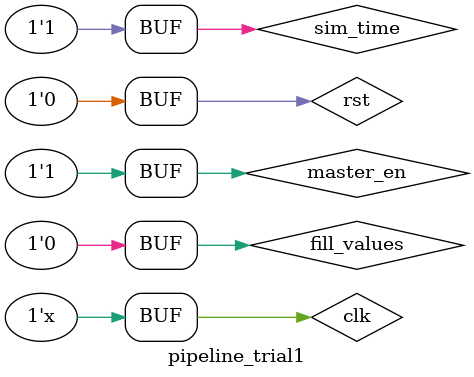
<source format=v>
`timescale 1ns / 1ps

module pipeline_trial1 #(parameter XLEN = 32)();

reg master_en, clk, rst, fill_random, fill_values,sim_time;

pipelined processor(.master_en(master_en),  .clk(clk), .rst(rst), .fill_random(fill_random),.fill_values(fill_values));



initial 
begin


clk <= 1'b1;
sim_time<= 1'b0;
#10
master_en <= 1'b0;
rst  <= 1'b1;
#100
rst <=1'b0; 
fill_values <= 1'b1;

#100
master_en <= 1'b1;
fill_values <= 1'b0;
 
 
 
#2000
sim_time <= 1'b1;
end


always@*
begin
#50 clk <= ~clk;

end




//module pipeline_trial1 #(parameter XLEN = 32)( 
//input ld_en, rd_en, clk, rst, rst_counter,fill_random,fill_values
////input [XLEN-1:0] Load_data
//);

//// ------------ PROGRAM COUNTER-------


//wire [1:0]ForwardAE,ForwardBE;
//wire  stall_IF, stall_ID,stall_EX,stall_MEM,stall_WR,flush_EX, flush_ID;

////////counter

//wire [XLEN-1:0] pcplus4_IF; 
//wire [XLEN-1:0] pc_next;
//reg [XLEN-1:0]pc_IF;
//wire PC_Sel;

//always@(posedge clk)
//begin
//  if(!stall_IF) begin
//  if(rst_counter||rst)
//    pc_IF <= 0;

//  else
//    pc_IF <= pc_next;
//  end
//end

                          
////////////////////////PC_adder//////////////////////////////


////wire [XLEN-1:0] pc_4;

//Han_Carlson_adder_32 #(.N(XLEN)) PC_ADDER (.A(32'h4),.B(pc_IF),
//                                            .Cin(1'b0),
//                                            .Sum(pcplus4_IF),.Cout());
////////////////////////PC next select mux////////////////////

 
//assign pc_next = PC_Sel_EX ? pcplus4_IF : Jump_Adder_Out_EX ;

                                        



////--------------------------INSTRUCTION FETCH STAGE--------------------------------------            
                                    

////AXI



//wire [1:0] ARID,ARID_1,ARID_2;//hv to check when and how to seperate for icache and dcache
//wire [XLEN-1:0] ARADDR, ARADDR_1, ARADDR_2;
//wire [3:0] ARLEN, ARLEN_1, ARLEN_2;  //no.of beats
//wire [2:0] ARSIZE, ARSIZE_1, ARSIZE_2; //4bytes
//wire [1:0] ARBURST, ARBURST_1, ARBURST_2; //burst_type //0->FIXED//1->INCR//2->WRAP
//wire ARCACHE;
//wire ARVALID, ARVALID_1, ARVALID_2;
//wire ARREADY;///check if ARREADY is wire or output


///////read data channel

//wire [1:0] RID;
//wire [XLEN-1:0]RDATA;
//wire RRESP;
//wire RLAST;
//wire RVALID, RVALID_1, RVALID_2;
//wire RREADY, RREADY_1, RREADY_2;/// check RREADY


///////write address channel

//wire [1:0] AWID,AWID_1,AWID_2;
//wire [XLEN-1:0] AWADDR,AWADDR_1, AWADDR_2;
//wire [3:0] AWLEN,AWLEN_1,AWLEN_2;
//wire [2:0] AWSIZE,AWSIZE_1, AWSIZE_2;
//wire [1:0] AWBURST,AWBURST_1, AWBURST_2;
//wire AWCACHE;
//wire AWVALID, AWVALID_1, AWVALID_2;
//wire AWREADY;

///////write data channel

//wire [1:0] WID, WID_1, WID_2;
//wire [XLEN-1:0] WDATA, WDATA_1, WDATA_2;
//wire WSTRB;
//wire WLAST, WLAST_1,WLAST_2;
//wire WVALID,WVALID_1,WVALID_2;
//wire WREADY;

/////write response channel

//wire BID;
//wire BRESP;
//wire BVALID;
//wire BREADY;


//wire Icache_stall_ID;
//reg [XLEN-1:0] I_cache_data_in;
//wire [XLEN-1:0] I_cache_data_out;



//reg I_cache_read, I_cache_write;

//always@*
//    begin
//    I_cache_read = 1'b1;
//    I_cache_write = 1'b0;
//    end

//cache#(.ID(1)) I_cache_master_1(                     
//                                    .rst(rst), .clk(clk),.read(I_cache_read),.write(I_cache_write),.stall(Icache_stall_ID),
//                                    .i_addr(pc_IF),.i_data(I_cache_data_in),.o_data(I_cache_data_out),

//                                    ////AXI 
                                    
//                                    /////read address channel

//                                    .ARID(ARID_1),.ARADDR(ARADDR_1),.ARBURST(ARBURST_1),.ARCACHE(ARCACHE),
//                                    .ARLEN(ARLEN),.ARREADY(ARREADY),.ARSIZE(ARSIZE_1),.ARVALID(ARVALID_1),
                                    
//                                    /////read data channel

//                                    .RDATA(RDATA),.RID(RID),.RLAST(RLAST),.RVALID(RVALID_1),.RRESP(RRESP),
//                                    .RREADY(RREADY_1),

//                                    /////write address channel

//                                    .AWID(AWID_1),.AWADDR(AWADDR_1),.AWLEN(AWLEN_1),.AWBURST(AWBURST_1),.AWCACHE(AWCACHE),
//                                    .AWVALID(AWVALID_1),.AWREADY(AWREADY),.AWSIZE(AWSIZE_1),

//                                    /////write data channel

//                                    .WID(WID_1),.WDATA(WDATA_1),.WLAST(WLAST_1),.WREADY(WREADY),.WVALID(WVALID_1),.WSTRB(WSTRB),

//                                    ///write response channel
                                    
//                                    .BID(BID),.BRESP(BRESP),.BVALID(BVALID),.BREADY(BREADY)
//);







//reg [31:0]Instruction_ID,pc_ID, pcplus4_ID;

//always@(posedge clk)
//begin
//   if(!stall_ID)
//   begin
//   //Instruction_ID <= flush_ID ? 32'b0 : Instruction_IF;
//   pc_ID <= flush_ID ? 32'b0 : pc_IF;
//   pcplus4_ID <= flush_ID ? 32'b0 : pcplus4_IF;
//   end
   
//end


//always@(*)
//begin
//    Instruction_ID = flush_ID ? 32'b0 :  I_cache_data_out;
//end


/////////////////////////////////////////////////////////////////////////////////////////////
////-------------------------INSTRUCTION DECODE STAGE--------------------------------------//      
/////////////////////////////////////////////////////////////////////////////////////////////



//wire[6:0] opcode_ID, Func7_ID;
//wire[4:0] rs1_ID, rs2_ID, rd_ID;
//wire RegWrite_ID, MemWrite_ID, MemRead_ID, JUMP_Op1Sel_ID, Op2Sel_ID, Branch_ID, Jump_ID;
//wire[1:0] ALUop_ID;
//wire[2:0] Immop_ID,Func3_ID;
//wire [1:0]WBSel_ID;
//wire[XLEN-1:0]Immediate_ID;



///////////////////////////   GPR   ///////////////////////////


//wire[XLEN-1:0] GPR_rd_data1_ID, GPR_rd_data2_ID, GPR_wr_data;



//assign opcode_ID = Instruction_ID[6:0];
//assign rs1_ID = Instruction_ID[19:15];
//assign rs2_ID = Instruction_ID[24:20];
//assign rd_ID = Instruction_ID[11:7];


//assign Func3_ID = Instruction_ID[14:12];
//assign Func7_ID = Instruction_ID[31:25];



//GPR gpr(.clk(clk), .reset(rst), .wr_en(RegWrite), .rd_en1(1'b1), .rd_en2(1'b1),
//    .rd_addr1(rs1_ID), .rd_addr2(rs2_ID), .wr_addr(rd_ID),
//    .wr_data(GPR_wr_data_WR),
//    .rd_data1(GPR_rd_data1_ID),.rd_data2(GPR_rd_data2_ID));
                          
                                                               
                                       
////--------------------------control unit --------------------------------------


//wire [3:0]ALU_select_ID;



//Control_Unit Control_Branch(.opcode(opcode_ID),
//             .RegWrite(RegWrite_ID), .MemWrite(MemWrite_ID), .MemRead(MemRead_ID),
//             .JUMP_Op1Sel(JUMP_Op1Sel_ID), .Op2Sel(Op2Sel_ID), .Branch(Branch_ID),.Jump(Jump_ID),
//             .ALUop(ALUop_ID),.Immop(Immop_ID),.WBSel(WBSel_ID));


//alu_control_2 ALU_Control(.instruction(Instruction_ID),.alu_op(ALUop_ID),
//                                .ALU_select(ALU_select_ID)  ); 


 


////--------------------------Immediate generation--------------------------------------            


//Immediate_Module Imm_Gen(.instruction(Instruction_ID),.Imm_op(Immop_ID),
//                         .Immediate(Immediate_ID) );


////--------------------------Branch unit --------------------------------------


//wire[XLEN-1:0] Branch_in1_ID, Branch_in2_ID;
//wire Branch_out_ID;


//assign Branch_in1_ID = GPR_rd_data1_ID;
//assign Branch_in2_ID = GPR_rd_data2_ID;

//Branch_Unit BLU(.A(Branch_in1_ID), .B(Branch_in2_ID),
//            .Func3(Func3_ID),
//            .branch_out(Branch_out_ID));



                                


//////////////////////////////////////////////////////////////////////////////////////
////--------------------------EXECUTION STAGE--------------------------------------//          
////////////////////////////////////////////////////////////////////////////////////





//reg [XLEN-1:0] Instruction_EX;
//reg [XLEN-1:0] pc_EX, pcplus4_EX;

//wire [XLEN-1:0] Jump_Adder_Out_EX;

//wire[6:0] opcode_EX, Func7_EX;
//reg[4:0] rs1_EX, rs2_EX, rd_EX;
//reg RegWrite_EX, MemWrite_EX, MemRead_EX, JUMP_Op1Sel_EX, Op2Sel_EX, Branch_EX, Jump_EX;
//reg[1:0] ALUop_EX;
//reg[2:0] Immop_EX,Func3_EX;
//reg [1:0]WBSel_EX;
//reg[XLEN-1:0]Immediate_EX;


//reg[XLEN-1:0] GPR_rd_data1_EX, GPR_rd_data2_EX;

//reg [XLEN-1:0] JUMP_ADDER_out_ID;

//wire[XLEN-1:0] Branch_in1_EX, Branch_in2_EX;
//reg Branch_out_EX;
//reg [3:0]ALU_select_EX;


//always@(posedge clk)
//begin
//    if(stall_EX)
//    begin
//   //pc and instruction data.
//       Instruction_EX <= flush_EX ? 32'b0 : Instruction_ID;
//       pc_EX <= flush_EX ? 32'b0 : pc_ID;
//       pcplus4_EX <= flush_EX ? 32'b0 : pcplus4_ID;
    
//      // gpr signals
//       rs1_EX <= flush_EX ? 5'b0 : rs1_ID;
//       rs2_EX <= flush_EX ? 5'b0 : rs2_ID;
//       rd_EX <= flush_EX ? 5'b0 : rd_ID;
    
//       GPR_rd_data1_EX <= flush_EX ? 32'b0 : GPR_rd_data1_ID;
//       GPR_rd_data2_EX <= flush_EX ? 32'b0 : GPR_rd_data2_ID;
       
//      //control signals
//       RegWrite_EX <= flush_EX ? 1'b0 : RegWrite_ID;
//       MemWrite_EX <= flush_EX ? 1'b0 : MemWrite_ID;
//       MemRead_EX <= flush_EX ? 1'b0 : MemRead_ID;
//       WBSel_EX  <= flush_EX ? 3'b0 : WBSel_ID;
//       Op2Sel_EX <= flush_EX ? 1'b0 : Op2Sel_ID;
//       ALUop_EX <= flush_EX ? 2'b0 : ALUop_ID;
//       Func3_EX <= flush_EX ? 3'b0 : Func3_ID;
//       ALU_select_EX <= flush_EX ? 4'b0 : ALU_select_ID;
//       Immediate_EX <=  flush_EX ? 32'b0 : Immediate_ID;
//       Branch_out_EX <= flush_EX ? 1'b0 : Branch_out_ID;
       
//       JUMP_Op1Sel_EX <= flush_EX ? 32'b0 : JUMP_Op1Sel_ID;
       
//       Jump_EX <= flush_EX ? 32'b0 : Jump_ID;
//       Branch_EX <= flush_EX ? 32'b0 : Branch_in1_ID;
       
       
       
       
//       end
 
//end  

//wire PC_Sel_EX;

//assign  PC_Sel_EX  = ld_en? 1'b0 : (Branch_EX&Branch_out_EX)||Jump_EX;



//wire [XLEN-1:0] ALU_in1_EX, ALU_in2_EX, ALU_out_EX;
//wire [2:0] Branch_select_EX;
//wire sub_arth_EX;



////-------------------forwarding muxes-----------------------------


//Mux_4 #(.WORD_WIDTH(32)) Forw_ALU_1_Mux (.a0(GPR_rd_data1_EX), .a1(ALU_out_MEM), .a2(GPR_wr_data_WR), .a3(),
//                                           .select(ForwardAE), 
//                                           .mux_out(GPR_rd_data1_EX_AF) );
                                           


//Mux_4 #(.WORD_WIDTH(32)) Forw_ALU_2_Mux (.a0(GPR_rd_data2_EX), .a1(ALU_out_MEM), .a2(GPR_wr_data_WR), .a3(),
//                                           .select(ForwardBE)  , 
//                                           .mux_out(GPR_rd_data2_EX_AF) );
  

//assign ALU_in2_EX = Op2Sel_EX ? Immediate_EX : GPR_rd_data2_EX_AF;



//wire ALU_zero;
//assign ALU_in1_EX = GPR_rd_data1_EX_AF;


                      
//ALU_Module ALU(.data_in1(ALU_in1_EX), .data_in2(ALU_in2_EX),.alu_select(ALU_select_EX),
//	        .en(1'b1),
//            .data_out(ALU_out_EX), .zero(ALU_zero));
            
            
            
////////////////////////JUMP_ADD_OP1 select mux////////////////////


//wire [XLEN-1:0] JUMP_ADDER_in1_EX;

//assign JUMP_ADDER_in1_EX = JUMP_Op1Sel_EX ? pc_EX : GPR_rd_data1_EX_AF;
                                      

//////////////////     Jump Adder     //////////////////////   
  

//Han_Carlson_adder_32 #(.N(XLEN)) JUMP_ADDER (.A(JUMP_ADDER_in1_EX),.B(Immediate_EX), .Cin(1'b0), .Sum(Jump_Adder_Out_EX),.Cout());   

                                                     
                                                     
                                                     

///////////////////////////////////////////////////////////////////////////////////////        
////--------------------------DATA MEMORY STAGE--------------------------------------//
///////////////////////////////////////////////////////////////////////////////////////



//reg [XLEN-1:0] Instruction_MEM;
//reg  [XLEN-1:0] pc_MEM, pcplus4_MEM;



//wire[6:0] opcode_MEM, Func7_MEM;
//reg[4:0] rs1_MEM, rs2_MEM, rd_MEM;
//reg RegWrite_MEM, MemWrite_MEM, MemRead_MEM;
//reg[2:0] Func3_MEM;
//reg [1:0]WBSel_MEM;
//reg[XLEN-1:0]Immediate_MEM;


//reg[XLEN-1:0] GPR_rd_data1_MEM, GPR_rd_data2_MEM;

//reg [XLEN-1:0] JUMP_ADDER_out_MEM;

//reg[XLEN-1:0] Branch_in1_MEM, Branch_in2_MEM;
//wire Branch_out_MEM;
//reg [31:0]ALU_out_MEM; 
//wire[XLEN-1:0] DM_data_out_MEM, DM_data_in_MEM, DM_addr_MEM;
//wire[XLEN-1:0] Dcache_data_out;

//wire dcache_stall_WR;


//always@(posedge clk)
//begin
//    if (!stall_MEM)
//        begin
//       //pc and instruction data.
//       Instruction_MEM <= Instruction_EX;
//       pc_MEM <= pc_EX;
//       pcplus4_MEM <= pcplus4_EX;
    
//      // gpr signals
//       rs1_MEM <= rs1_EX;
//       rs2_MEM <= rs2_EX;
//       rd_MEM <= rd_EX;
       
//      //control signals
//       RegWrite_MEM <= RegWrite_ID;
//       MemWrite_MEM <= MemWrite_ID;
//       MemRead_MEM <= MemRead_ID;
//       WBSel_MEM  <= WBSel_EX;
      
//       Func3_MEM <= Func3_EX;
//       ALU_out_MEM <= ALU_out_EX ;
//       end
   
//end


//assign DM_addr_MEM = ALU_out_MEM;
//assign DM_data_in_MEM = GPR_rd_data2_MEM;

 

//cache #(.ID(2)) D_cache_master_2(                     
//                                    .rst(rst), .clk(clk),.read(MemRead_MEM),.write(MemWrite_MEM),.stall(dcache_stall_WR),
//                                    .i_addr(DM_addr_MEM),.i_data(DM_data_in_MEM),.o_data(Dcache_data_out),

//                                    ////AXI 
                                    
//                                    /////read address channel

//                                    .ARID(ARID_2),.ARADDR(ARADDR_2),.ARBURST(ARBURST_2),.ARCACHE(ARCACHE),
//                                    .ARLEN(ARLEN),.ARREADY(ARREADY),.ARSIZE(ARSIZE_2),.ARVALID(ARVALID_2),
                                    
//                                    /////read data channel

//                                    .RDATA(RDATA),.RID(RID),.RLAST(RLAST),.RVALID(RVALID_2),.RRESP(RRESP),
//                                    .RREADY(RREADY_2),

//                                    /////write address channel

//                                    .AWID(AWID_2),.AWADDR(AWADDR_2),.AWLEN(AWLEN_2),.AWBURST(AWBURST_2),.AWCACHE(AWCACHE),
//                                    .AWVALID(AWVALID_2),.AWREADY(AWREADY),.AWSIZE(AWSIZE_2),

//                                    /////write data channel

//                                    .WID(WID_2),.WDATA(WDATA_2),.WLAST(WLAST_2),.WREADY(WREADY),.WVALID(WVALID_2),.WSTRB(WSTRB),

//                                    ///write response channel
                                    
//                                    .BID(BID),.BRESP(BRESP),.BVALID(BVALID),.BREADY(BREADY)
//);

//////////////////////////////////////////////////////////////////////////////////////
////--------------------------WRITE BACK STAGE--------------------------------------//
//////////////////////////////////////////////////////////////////////////////////////



//reg[4:0] rs1_WR, rs2_WR, rd_WR;
//reg RegWrite_WR, MemWrite_WR, MemRead_WR;
//reg[1:0] WBSel_WR;

//reg [XLEN-1:0] Instruction_WR, ALU_out_WR, DM_data_out_WR ;
//reg [XLEN-1:0] pc_WR,pcplus4_WR;


//always@(posedge clk)
//begin
//    if (!stall_WR)
//    begin
//   //pc and instruction data.
//       Instruction_WR <= Instruction_MEM;
//       pc_WR <= pc_MEM;
//       pcplus4_WR <= pcplus4_MEM;
    
//      // gpr signals
//       rs1_WR <= rs1_MEM;
//       rs2_WR <= rs2_MEM;
//       rd_WR <= rd_MEM;
    
//      //control signals
//       RegWrite_WR <= RegWrite_MEM;
//       MemWrite_WR <= MemWrite_MEM;
//       MemRead_WR <= MemRead_MEM;
//       WBSel_WR  <= WBSel_MEM;
      
       
//       ALU_out_WR <= ALU_out_MEM;
//   end
////   DM_data_out_WR <= DM_data_out_MEM;
   
//end

//always@*
//begin 
//DM_data_out_WR = Dcache_data_out ;

//end

             
//Mux_4#(.WORD_WIDTH(32))  GPR_WriteData_Mux (.a0(ALU_out_WR), .a1(DM_data_out_WR), .a2(pcplus4_WR), .a3(),
//                                           .select(WBSel_WR), 
//                                           .mux_out(GPR_wr_data_WR) );





/////////////////////////////////////////////////////////////////////////////////
////--------------------------hazard unit--------------------------------------//
/////////////////////////////////////////////////////////////////////////////////




//hazard_unit h1(
//     PC_sel_EX,
//     rs1_ID, rs2_ID, rd_ID,
//     rs1_EX, rs2_EX, rd_EX,
//     rs1_MEM, rs2_MEM, rd_MEM,
//     rs1_WR, rs2_WR, rd_WR,
//     RegWrite_ID, MemRead_ID,
//     RegWrite_EX, MemRead_EX,
//     RegWrite_MEM, MemRead_MEM,
//     RegWrite_WR, MemRead_WR,
//     Icache_stall_ID, dcache_stall_WR,
//     ForwardAE, ForwardBE ,
//     stall_IF, stall_ID, 
//     flush_EX, flush_ID);
     
     
     
/////////////////////////////////////////////////////////////////////////////////
////----------------------------AXI SLAVE--------------------------------------//
/////////////////////////////////////////////////////////////////////////////////



/////////////////axi controls///////////////////

////////Read Address Channel///////

//assign ARID = (ARVALID_1)? ARID_1:((ARVALID_2)? ARID_2:3'hz)  ;
//assign ARADDR = (ARVALID_1)? ARADDR_1:((ARVALID_2)? ARADDR_2:32'hz ) ;
//assign ARLEN = (ARVALID_1)? ARLEN_1:((ARVALID_2)? ARLEN_2:32'hz ) ;
//assign ARSIZE = (ARVALID_1)? ARSIZE_1:((ARVALID_2)? ARSIZE_2:32'hz ) ;
//assign ARBURST = (ARVALID_1)? ARBURST_1:((ARVALID_2)? ARBURST_2:32'hz ) ;
//assign ARVALID = (ARVALID_1)? ARVALID_1:((ARVALID_2)? ARVALID_2:32'hz ) ;

/////////Read Data Channel///////

//assign RVALID_1 = (RID == 2'b01)? RVALID:2'bz;
//assign RVALID_2 = (RID == 2'b10)? RVALID:2'bz;

//assign RREADY = (RID == 2'b01)? RREADY_1 :((RID == 2'b10) ? RREADY_2 : 1'bz);


//////Write Address Channel////

//assign AWID = (AWVALID_1)? AWID_1:((AWVALID_2)? AWID_2:3'hz)  ;
//assign AWADDR = (AWVALID_1)? AWADDR_1:((AWVALID_2)? AWADDR_2:32'hz ) ;
//assign AWLEN = (AWVALID_1)? AWLEN_1:((AWVALID_2)? AWLEN_2:32'hz ) ;
//assign AWSIZE = (AWVALID_1)? AWSIZE_1:((AWVALID_2)? AWSIZE_2:32'hz ) ;
//assign AWBURST = (AWVALID_1)? AWBURST_1:((AWVALID_2)? AWBURST_2:32'hz ) ;
//assign AWVALID = (AWVALID_1)? AWVALID_1:((AWVALID_2)? AWVALID_2:32'hz ) ;


///////Write Data channel /////


//assign WID = (WVALID_1)? WID_1:((WVALID_2)? WID_2:3'hz)  ;
//assign WDATA = (WVALID_1)? WDATA_1:((WVALID_2)? WDATA_2:32'hz ) ;
//assign WVALID = (WVALID_1)? WVALID_1:((WVALID_2)? WVALID_2:32'hz ) ;
//assign WLAST = (WVALID_1)? WLAST_1:((WVALID_2)? WLAST_2:32'hz ) ;



//////AXI





////wire [1:0] ARID,ARID_1,ARID_2;//hv to check when and how to seperate for icache and dcache
////wire [XLEN-1:0] ARADDR, ARADDR_1, ARADDR_2;
////wire [3:0] ARLEN, ARLEN_1, ARLEN_2;  //no.of beats
////wire [2:0] ARSIZE, ARSIZE_1, ARSIZE_2; //4bytes
////wire [1:0] ARBURST, ARBURST_1, ARBURST_2; //burst_type //0->FIXED//1->INCR//2->WRAP
////wire ARCACHE;
////wire ARVALID, ARVALID_1, ARVALID_2;
////wire ARREADY;///check if ARREADY is wire or output


/////////read data channel

////wire [1:0] RID;
////wire [XLEN-1:0]RDATA;
////wire RRESP;
////wire RLAST;
////wire RVALID, RVALID_1,RVALID_2;
////wire RREADY, RREADY_1, RREADY_2;/// check RREADY


/////////write address channel

////wire [1:0] AWID,AWID_1,AWID_2;
////wire [XLEN-1:0] AWADDR,AWADDR_1, AWADDR_2;
////wire [3:0] AWLEN,AWLEN_1,AWLEN_2;
////wire [2:0] AWSIZE,AWSIZE_1, AWSIZE_2;
////wire [1:0] AWBURST,AWBURST_1, AWBURST_2;
////wire AWCACHE;
////wire AWVALID, AWVALID_1, AWVALID_2;
////wire AWREADY;

/////////write data channel

////wire [1:0] WID, WID_1, WID_2;
////wire [XLEN-1:0] WDATA, WDATA_1, WDATA_2;
////wire WSTRB;
////wire WLAST, WLAST_1,WLAST_2;
////wire WVALID,WVALID_1,WVALID_2;
////wire WREADY;



//slave slave_1(
                                    
//                                    .rst(rst), .clk(clk),.fill_random(fill_random),.fill_values(fill_values),
                                    
                                    
//                                    ////AXI 
                                    
//                                    /////read address channel

//                                    .ARID(ARID),.ARADDR(ARADDR),.ARBURST(ARBURST),.ARCACHE(ARCACHE),
//                                    .ARLEN(ARLEN),.ARREADY(ARREADY),.ARSIZE(ARSIZE),.ARVALID(ARVALID),
                                    
//                                    /////read data channel

//                                    .RDATA(RDATA),.RID(RID),.RLAST(RLAST),.RVALID(RVALID),.RRESP(RRESP),
//                                    .RREADY(RREADY),

//                                    /////write address channel

//                                    .AWID(AWID),.AWADDR(AWADDR),.AWLEN(AWLEN),.AWBURST(AWBURST),.AWCACHE(AWCACHE),
//                                    .AWVALID(AWVALID),.AWREADY(AWREADY),.AWSIZE(AWSIZE),

//                                    /////write data channel

//                                    .WID(WID),.WDATA(WDATA),.WLAST(WLAST),.WREADY(WREADY),.WVALID(WVALID),.WSTRB(WSTRB),

//                                    ///write response channel
                                    
//                                    .BID(BID),.BRESP(BRESP),.BVALID(BVALID),.BREADY(BREADY)
//);

 
endmodule
///////////







</source>
